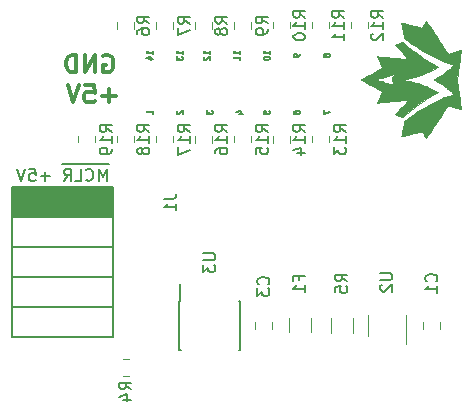
<source format=gbr>
G04 #@! TF.GenerationSoftware,KiCad,Pcbnew,(5.0.1)-3*
G04 #@! TF.CreationDate,2020-02-19T12:47:53-05:00*
G04 #@! TF.ProjectId,fill_sensing,66696C6C5F73656E73696E672E6B6963,rev?*
G04 #@! TF.SameCoordinates,Original*
G04 #@! TF.FileFunction,Legend,Bot*
G04 #@! TF.FilePolarity,Positive*
%FSLAX46Y46*%
G04 Gerber Fmt 4.6, Leading zero omitted, Abs format (unit mm)*
G04 Created by KiCad (PCBNEW (5.0.1)-3) date 2020-02-19 12:47:53 PM*
%MOMM*%
%LPD*%
G01*
G04 APERTURE LIST*
%ADD10C,0.127000*%
%ADD11C,0.300000*%
%ADD12C,0.177800*%
%ADD13C,0.120000*%
%ADD14C,0.150000*%
%ADD15C,0.010000*%
G04 APERTURE END LIST*
D10*
X115799809Y-74579238D02*
X115799809Y-74288952D01*
X115799809Y-74434095D02*
X115291809Y-74434095D01*
X115364380Y-74385714D01*
X115412761Y-74337333D01*
X115436952Y-74288952D01*
X115291809Y-74748571D02*
X115291809Y-75063047D01*
X115485333Y-74893714D01*
X115485333Y-74966285D01*
X115509523Y-75014666D01*
X115533714Y-75038857D01*
X115582095Y-75063047D01*
X115703047Y-75063047D01*
X115751428Y-75038857D01*
X115775619Y-75014666D01*
X115799809Y-74966285D01*
X115799809Y-74821142D01*
X115775619Y-74772761D01*
X115751428Y-74748571D01*
X118085809Y-74579238D02*
X118085809Y-74288952D01*
X118085809Y-74434095D02*
X117577809Y-74434095D01*
X117650380Y-74385714D01*
X117698761Y-74337333D01*
X117722952Y-74288952D01*
X117626190Y-74772761D02*
X117602000Y-74796952D01*
X117577809Y-74845333D01*
X117577809Y-74966285D01*
X117602000Y-75014666D01*
X117626190Y-75038857D01*
X117674571Y-75063047D01*
X117722952Y-75063047D01*
X117795523Y-75038857D01*
X118085809Y-74748571D01*
X118085809Y-75063047D01*
X120625809Y-74579238D02*
X120625809Y-74288952D01*
X120625809Y-74434095D02*
X120117809Y-74434095D01*
X120190380Y-74385714D01*
X120238761Y-74337333D01*
X120262952Y-74288952D01*
X120625809Y-75063047D02*
X120625809Y-74772761D01*
X120625809Y-74917904D02*
X120117809Y-74917904D01*
X120190380Y-74869523D01*
X120238761Y-74821142D01*
X120262952Y-74772761D01*
X123165809Y-74579238D02*
X123165809Y-74288952D01*
X123165809Y-74434095D02*
X122657809Y-74434095D01*
X122730380Y-74385714D01*
X122778761Y-74337333D01*
X122802952Y-74288952D01*
X122657809Y-74893714D02*
X122657809Y-74942095D01*
X122682000Y-74990476D01*
X122706190Y-75014666D01*
X122754571Y-75038857D01*
X122851333Y-75063047D01*
X122972285Y-75063047D01*
X123069047Y-75038857D01*
X123117428Y-75014666D01*
X123141619Y-74990476D01*
X123165809Y-74942095D01*
X123165809Y-74893714D01*
X123141619Y-74845333D01*
X123117428Y-74821142D01*
X123069047Y-74796952D01*
X122972285Y-74772761D01*
X122851333Y-74772761D01*
X122754571Y-74796952D01*
X122706190Y-74821142D01*
X122682000Y-74845333D01*
X122657809Y-74893714D01*
X125705809Y-74579238D02*
X125705809Y-74676000D01*
X125681619Y-74724380D01*
X125657428Y-74748571D01*
X125584857Y-74796952D01*
X125488095Y-74821142D01*
X125294571Y-74821142D01*
X125246190Y-74796952D01*
X125222000Y-74772761D01*
X125197809Y-74724380D01*
X125197809Y-74627619D01*
X125222000Y-74579238D01*
X125246190Y-74555047D01*
X125294571Y-74530857D01*
X125415523Y-74530857D01*
X125463904Y-74555047D01*
X125488095Y-74579238D01*
X125512285Y-74627619D01*
X125512285Y-74724380D01*
X125488095Y-74772761D01*
X125463904Y-74796952D01*
X125415523Y-74821142D01*
X127955523Y-74627619D02*
X127931333Y-74579238D01*
X127907142Y-74555047D01*
X127858761Y-74530857D01*
X127834571Y-74530857D01*
X127786190Y-74555047D01*
X127762000Y-74579238D01*
X127737809Y-74627619D01*
X127737809Y-74724380D01*
X127762000Y-74772761D01*
X127786190Y-74796952D01*
X127834571Y-74821142D01*
X127858761Y-74821142D01*
X127907142Y-74796952D01*
X127931333Y-74772761D01*
X127955523Y-74724380D01*
X127955523Y-74627619D01*
X127979714Y-74579238D01*
X128003904Y-74555047D01*
X128052285Y-74530857D01*
X128149047Y-74530857D01*
X128197428Y-74555047D01*
X128221619Y-74579238D01*
X128245809Y-74627619D01*
X128245809Y-74724380D01*
X128221619Y-74772761D01*
X128197428Y-74796952D01*
X128149047Y-74821142D01*
X128052285Y-74821142D01*
X128003904Y-74796952D01*
X127979714Y-74772761D01*
X127955523Y-74724380D01*
X127737809Y-79332666D02*
X127737809Y-79671333D01*
X128245809Y-79453619D01*
X125197809Y-79598761D02*
X125197809Y-79502000D01*
X125222000Y-79453619D01*
X125246190Y-79429428D01*
X125318761Y-79381047D01*
X125415523Y-79356857D01*
X125609047Y-79356857D01*
X125657428Y-79381047D01*
X125681619Y-79405238D01*
X125705809Y-79453619D01*
X125705809Y-79550380D01*
X125681619Y-79598761D01*
X125657428Y-79622952D01*
X125609047Y-79647142D01*
X125488095Y-79647142D01*
X125439714Y-79622952D01*
X125415523Y-79598761D01*
X125391333Y-79550380D01*
X125391333Y-79453619D01*
X125415523Y-79405238D01*
X125439714Y-79381047D01*
X125488095Y-79356857D01*
X122657809Y-79622952D02*
X122657809Y-79381047D01*
X122899714Y-79356857D01*
X122875523Y-79381047D01*
X122851333Y-79429428D01*
X122851333Y-79550380D01*
X122875523Y-79598761D01*
X122899714Y-79622952D01*
X122948095Y-79647142D01*
X123069047Y-79647142D01*
X123117428Y-79622952D01*
X123141619Y-79598761D01*
X123165809Y-79550380D01*
X123165809Y-79429428D01*
X123141619Y-79381047D01*
X123117428Y-79356857D01*
X120541142Y-79598761D02*
X120879809Y-79598761D01*
X120347619Y-79477809D02*
X120710476Y-79356857D01*
X120710476Y-79671333D01*
X117831809Y-79332666D02*
X117831809Y-79647142D01*
X118025333Y-79477809D01*
X118025333Y-79550380D01*
X118049523Y-79598761D01*
X118073714Y-79622952D01*
X118122095Y-79647142D01*
X118243047Y-79647142D01*
X118291428Y-79622952D01*
X118315619Y-79598761D01*
X118339809Y-79550380D01*
X118339809Y-79405238D01*
X118315619Y-79356857D01*
X118291428Y-79332666D01*
X115340190Y-79356857D02*
X115316000Y-79381047D01*
X115291809Y-79429428D01*
X115291809Y-79550380D01*
X115316000Y-79598761D01*
X115340190Y-79622952D01*
X115388571Y-79647142D01*
X115436952Y-79647142D01*
X115509523Y-79622952D01*
X115799809Y-79332666D01*
X115799809Y-79647142D01*
X113259809Y-79647142D02*
X113259809Y-79356857D01*
X113259809Y-79502000D02*
X112751809Y-79502000D01*
X112824380Y-79453619D01*
X112872761Y-79405238D01*
X112896952Y-79356857D01*
X113259809Y-74579238D02*
X113259809Y-74288952D01*
X113259809Y-74434095D02*
X112751809Y-74434095D01*
X112824380Y-74385714D01*
X112872761Y-74337333D01*
X112896952Y-74288952D01*
X112921142Y-75014666D02*
X113259809Y-75014666D01*
X112727619Y-74893714D02*
X113090476Y-74772761D01*
X113090476Y-75087238D01*
D11*
X110132571Y-78085142D02*
X108989714Y-78085142D01*
X109561142Y-78656571D02*
X109561142Y-77513714D01*
X107561142Y-77156571D02*
X108275428Y-77156571D01*
X108346857Y-77870857D01*
X108275428Y-77799428D01*
X108132571Y-77728000D01*
X107775428Y-77728000D01*
X107632571Y-77799428D01*
X107561142Y-77870857D01*
X107489714Y-78013714D01*
X107489714Y-78370857D01*
X107561142Y-78513714D01*
X107632571Y-78585142D01*
X107775428Y-78656571D01*
X108132571Y-78656571D01*
X108275428Y-78585142D01*
X108346857Y-78513714D01*
X107061142Y-77156571D02*
X106561142Y-78656571D01*
X106061142Y-77156571D01*
X109092857Y-74688000D02*
X109235714Y-74616571D01*
X109450000Y-74616571D01*
X109664285Y-74688000D01*
X109807142Y-74830857D01*
X109878571Y-74973714D01*
X109950000Y-75259428D01*
X109950000Y-75473714D01*
X109878571Y-75759428D01*
X109807142Y-75902285D01*
X109664285Y-76045142D01*
X109450000Y-76116571D01*
X109307142Y-76116571D01*
X109092857Y-76045142D01*
X109021428Y-75973714D01*
X109021428Y-75473714D01*
X109307142Y-75473714D01*
X108378571Y-76116571D02*
X108378571Y-74616571D01*
X107521428Y-76116571D01*
X107521428Y-74616571D01*
X106807142Y-76116571D02*
X106807142Y-74616571D01*
X106450000Y-74616571D01*
X106235714Y-74688000D01*
X106092857Y-74830857D01*
X106021428Y-74973714D01*
X105950000Y-75259428D01*
X105950000Y-75473714D01*
X106021428Y-75759428D01*
X106092857Y-75902285D01*
X106235714Y-76045142D01*
X106450000Y-76116571D01*
X106807142Y-76116571D01*
D12*
X109607047Y-83873340D02*
X108445904Y-83873340D01*
X109365142Y-85295619D02*
X109365142Y-84279619D01*
X109026476Y-85005333D01*
X108687809Y-84279619D01*
X108687809Y-85295619D01*
X108445904Y-83873340D02*
X107429904Y-83873340D01*
X107623428Y-85198857D02*
X107671809Y-85247238D01*
X107816952Y-85295619D01*
X107913714Y-85295619D01*
X108058857Y-85247238D01*
X108155619Y-85150476D01*
X108204000Y-85053714D01*
X108252380Y-84860190D01*
X108252380Y-84715047D01*
X108204000Y-84521523D01*
X108155619Y-84424761D01*
X108058857Y-84328000D01*
X107913714Y-84279619D01*
X107816952Y-84279619D01*
X107671809Y-84328000D01*
X107623428Y-84376380D01*
X107429904Y-83873340D02*
X106607428Y-83873340D01*
X106704190Y-85295619D02*
X107188000Y-85295619D01*
X107188000Y-84279619D01*
X106607428Y-83873340D02*
X105591428Y-83873340D01*
X105784952Y-85295619D02*
X106123619Y-84811809D01*
X106365523Y-85295619D02*
X106365523Y-84279619D01*
X105978476Y-84279619D01*
X105881714Y-84328000D01*
X105833333Y-84376380D01*
X105784952Y-84473142D01*
X105784952Y-84618285D01*
X105833333Y-84715047D01*
X105881714Y-84763428D01*
X105978476Y-84811809D01*
X106365523Y-84811809D01*
X104575428Y-84908571D02*
X103801333Y-84908571D01*
X104188380Y-85295619D02*
X104188380Y-84521523D01*
X102833714Y-84279619D02*
X103317523Y-84279619D01*
X103365904Y-84763428D01*
X103317523Y-84715047D01*
X103220761Y-84666666D01*
X102978857Y-84666666D01*
X102882095Y-84715047D01*
X102833714Y-84763428D01*
X102785333Y-84860190D01*
X102785333Y-85102095D01*
X102833714Y-85198857D01*
X102882095Y-85247238D01*
X102978857Y-85295619D01*
X103220761Y-85295619D01*
X103317523Y-85247238D01*
X103365904Y-85198857D01*
X102495047Y-84279619D02*
X102156380Y-85295619D01*
X101817714Y-84279619D01*
D13*
G04 #@! TO.C,C1*
X137616000Y-97797252D02*
X137616000Y-97274748D01*
X136196000Y-97797252D02*
X136196000Y-97274748D01*
G04 #@! TO.C,C3*
X121972000Y-97797252D02*
X121972000Y-97274748D01*
X123392000Y-97797252D02*
X123392000Y-97274748D01*
G04 #@! TO.C,R4*
X110745748Y-101802000D02*
X111268252Y-101802000D01*
X110745748Y-100382000D02*
X111268252Y-100382000D01*
G04 #@! TO.C,R6*
X110288000Y-71883748D02*
X110288000Y-72406252D01*
X111708000Y-71883748D02*
X111708000Y-72406252D01*
G04 #@! TO.C,R7*
X115010000Y-71883748D02*
X115010000Y-72406252D01*
X113590000Y-71883748D02*
X113590000Y-72406252D01*
G04 #@! TO.C,R8*
X116892000Y-71883748D02*
X116892000Y-72406252D01*
X118312000Y-71883748D02*
X118312000Y-72406252D01*
G04 #@! TO.C,R9*
X121614000Y-71874748D02*
X121614000Y-72397252D01*
X120194000Y-71874748D02*
X120194000Y-72397252D01*
G04 #@! TO.C,R10*
X123496000Y-71865748D02*
X123496000Y-72388252D01*
X124916000Y-71865748D02*
X124916000Y-72388252D01*
G04 #@! TO.C,R11*
X128218000Y-71865748D02*
X128218000Y-72388252D01*
X126798000Y-71865748D02*
X126798000Y-72388252D01*
G04 #@! TO.C,R12*
X130100000Y-71865748D02*
X130100000Y-72388252D01*
X131520000Y-71865748D02*
X131520000Y-72388252D01*
G04 #@! TO.C,R13*
X126798000Y-82040252D02*
X126798000Y-81517748D01*
X128218000Y-82040252D02*
X128218000Y-81517748D01*
G04 #@! TO.C,R14*
X124916000Y-82058252D02*
X124916000Y-81535748D01*
X123496000Y-82058252D02*
X123496000Y-81535748D01*
G04 #@! TO.C,R15*
X120194000Y-82040252D02*
X120194000Y-81517748D01*
X121614000Y-82040252D02*
X121614000Y-81517748D01*
G04 #@! TO.C,R16*
X118312000Y-82058252D02*
X118312000Y-81535748D01*
X116892000Y-82058252D02*
X116892000Y-81535748D01*
G04 #@! TO.C,R17*
X113590000Y-82040252D02*
X113590000Y-81517748D01*
X115010000Y-82040252D02*
X115010000Y-81517748D01*
G04 #@! TO.C,R18*
X111708000Y-82040252D02*
X111708000Y-81517748D01*
X110288000Y-82040252D02*
X110288000Y-81517748D01*
G04 #@! TO.C,R19*
X106986000Y-82040252D02*
X106986000Y-81517748D01*
X108406000Y-82040252D02*
X108406000Y-81517748D01*
G04 #@! TO.C,F1*
X124820000Y-96897436D02*
X124820000Y-98101564D01*
X126640000Y-96897436D02*
X126640000Y-98101564D01*
D14*
G04 #@! TO.C,J1*
X109868000Y-85852000D02*
X109868000Y-98552000D01*
X101368000Y-85852000D02*
X101368000Y-98552000D01*
X109868000Y-85852000D02*
X101368000Y-85852000D01*
X109868000Y-98552000D02*
X101368000Y-98552000D01*
X109868000Y-96012000D02*
X101368000Y-96012000D01*
X109868000Y-90932000D02*
X101368000Y-90932000D01*
X109868000Y-93472000D02*
X101368000Y-93472000D01*
X109868000Y-88392000D02*
X101368000Y-88392000D01*
G36*
X101422200Y-85902800D02*
X101422200Y-88341200D01*
X109804200Y-88341200D01*
X109804200Y-85902800D01*
X101422200Y-85902800D01*
G37*
X101422200Y-85902800D02*
X101422200Y-88341200D01*
X109804200Y-88341200D01*
X109804200Y-85902800D01*
X101422200Y-85902800D01*
D13*
G04 #@! TO.C,R5*
X128376000Y-96933936D02*
X128376000Y-98138064D01*
X130196000Y-96933936D02*
X130196000Y-98138064D01*
G04 #@! TO.C,U2*
X131486000Y-98436000D02*
X131486000Y-96636000D01*
X134706000Y-96636000D02*
X134706000Y-99086000D01*
D14*
G04 #@! TO.C,U3*
X115535000Y-95461000D02*
X115585000Y-95461000D01*
X115535000Y-99611000D02*
X115680000Y-99611000D01*
X120685000Y-99611000D02*
X120540000Y-99611000D01*
X120685000Y-95461000D02*
X120540000Y-95461000D01*
X115535000Y-95461000D02*
X115535000Y-99611000D01*
X120685000Y-95461000D02*
X120685000Y-99611000D01*
X115585000Y-95461000D02*
X115585000Y-94061000D01*
D15*
G04 #@! TO.C,G\002A\002A\002A*
G36*
X130923810Y-76723828D02*
X130958138Y-76745031D01*
X131012988Y-76777466D01*
X131086430Y-76820034D01*
X131176537Y-76871634D01*
X131281380Y-76931166D01*
X131399029Y-76997530D01*
X131527556Y-77069626D01*
X131665033Y-77146352D01*
X131784787Y-77212894D01*
X131928733Y-77292738D01*
X132065789Y-77368795D01*
X132193976Y-77439965D01*
X132311311Y-77505147D01*
X132415816Y-77563238D01*
X132505509Y-77613138D01*
X132578410Y-77653745D01*
X132632539Y-77683959D01*
X132665916Y-77702678D01*
X132676394Y-77708667D01*
X132679201Y-77717114D01*
X132675900Y-77736819D01*
X132665702Y-77769826D01*
X132647817Y-77818180D01*
X132621456Y-77883923D01*
X132585831Y-77969102D01*
X132540152Y-78075760D01*
X132490770Y-78189565D01*
X132444519Y-78296458D01*
X132402396Y-78395265D01*
X132365580Y-78483109D01*
X132335250Y-78557113D01*
X132312585Y-78614398D01*
X132298763Y-78652086D01*
X132294964Y-78667301D01*
X132295034Y-78667399D01*
X132309846Y-78667360D01*
X132350416Y-78664790D01*
X132414798Y-78659859D01*
X132501044Y-78652742D01*
X132607209Y-78643610D01*
X132731346Y-78632635D01*
X132871509Y-78619990D01*
X133025751Y-78605848D01*
X133192127Y-78590380D01*
X133368690Y-78573760D01*
X133553493Y-78556159D01*
X133584226Y-78553212D01*
X133770115Y-78535441D01*
X133948027Y-78518564D01*
X134116020Y-78502758D01*
X134272154Y-78488198D01*
X134414488Y-78475063D01*
X134541082Y-78463528D01*
X134649995Y-78453769D01*
X134739285Y-78445965D01*
X134807013Y-78440291D01*
X134851238Y-78436923D01*
X134870019Y-78436040D01*
X134870538Y-78436145D01*
X134862621Y-78447303D01*
X134837773Y-78477375D01*
X134797605Y-78524513D01*
X134743726Y-78586867D01*
X134677745Y-78662591D01*
X134601272Y-78749835D01*
X134515918Y-78846751D01*
X134423291Y-78951490D01*
X134341079Y-79044122D01*
X134243387Y-79154216D01*
X134151446Y-79258199D01*
X134066890Y-79354200D01*
X133991352Y-79440348D01*
X133926465Y-79514769D01*
X133873861Y-79575594D01*
X133835174Y-79620949D01*
X133812035Y-79648964D01*
X133805809Y-79657706D01*
X133808925Y-79661955D01*
X133819816Y-79668484D01*
X133840795Y-79678198D01*
X133874177Y-79692002D01*
X133922276Y-79710801D01*
X133987404Y-79735501D01*
X134071877Y-79767006D01*
X134178007Y-79806222D01*
X134301166Y-79851506D01*
X134413784Y-79892853D01*
X134550604Y-79774252D01*
X134731611Y-79621232D01*
X134929790Y-79460733D01*
X135141920Y-79295007D01*
X135364782Y-79126306D01*
X135595156Y-78956879D01*
X135829821Y-78788979D01*
X136065558Y-78624857D01*
X136299146Y-78466764D01*
X136527366Y-78316952D01*
X136746997Y-78177672D01*
X136954819Y-78051174D01*
X137147613Y-77939711D01*
X137270873Y-77872384D01*
X137413245Y-77796801D01*
X137346515Y-77750889D01*
X137209790Y-77663367D01*
X137050444Y-77572677D01*
X136873174Y-77480999D01*
X136682674Y-77390514D01*
X136483642Y-77303404D01*
X136280774Y-77221849D01*
X136078765Y-77148031D01*
X135970028Y-77111615D01*
X135755960Y-77045949D01*
X135520794Y-76980222D01*
X135271211Y-76916089D01*
X135013896Y-76855209D01*
X134755531Y-76799237D01*
X134534394Y-76755692D01*
X134323527Y-76716258D01*
X134680531Y-76644607D01*
X135052304Y-76565426D01*
X135398580Y-76482014D01*
X135721476Y-76393620D01*
X136023112Y-76299494D01*
X136305606Y-76198885D01*
X136571077Y-76091043D01*
X136821644Y-75975218D01*
X137059427Y-75850660D01*
X137267377Y-75728537D01*
X137320208Y-75695287D01*
X137363711Y-75666863D01*
X137392711Y-75646714D01*
X137401978Y-75638892D01*
X137393278Y-75628561D01*
X137364679Y-75609331D01*
X137321318Y-75584473D01*
X137293697Y-75569925D01*
X137142968Y-75489030D01*
X136974122Y-75391782D01*
X136789990Y-75280158D01*
X136593403Y-75156132D01*
X136387194Y-75021681D01*
X136174193Y-74878781D01*
X135957232Y-74729408D01*
X135739144Y-74575538D01*
X135522758Y-74419147D01*
X135310908Y-74262211D01*
X135106425Y-74106706D01*
X134912139Y-73954608D01*
X134730884Y-73807893D01*
X134565489Y-73668537D01*
X134550604Y-73655666D01*
X134413784Y-73537065D01*
X134301166Y-73578412D01*
X134172271Y-73625808D01*
X134067236Y-73664631D01*
X133983748Y-73695783D01*
X133919495Y-73720169D01*
X133872164Y-73738693D01*
X133839443Y-73752259D01*
X133819020Y-73761771D01*
X133808582Y-73768133D01*
X133805809Y-73772064D01*
X133814801Y-73784244D01*
X133840689Y-73815327D01*
X133881841Y-73863439D01*
X133936626Y-73926710D01*
X134003411Y-74003267D01*
X134080565Y-74091239D01*
X134166455Y-74188755D01*
X134259451Y-74293942D01*
X134340924Y-74385802D01*
X134438381Y-74495727D01*
X134529924Y-74599373D01*
X134613945Y-74694892D01*
X134688835Y-74780436D01*
X134752983Y-74854156D01*
X134804780Y-74914204D01*
X134842618Y-74958732D01*
X134864887Y-74985890D01*
X134870383Y-74993928D01*
X134856018Y-74993449D01*
X134815887Y-74990459D01*
X134751932Y-74985133D01*
X134666093Y-74977650D01*
X134560309Y-74968186D01*
X134436522Y-74956917D01*
X134296672Y-74944021D01*
X134142699Y-74929675D01*
X133976543Y-74914054D01*
X133800146Y-74897337D01*
X133777517Y-74895177D01*
X133777517Y-76209239D01*
X133779002Y-76214325D01*
X133763940Y-76234776D01*
X133735527Y-76266335D01*
X133731611Y-76270419D01*
X133690626Y-76319655D01*
X133648615Y-76380836D01*
X133616857Y-76436603D01*
X133569687Y-76560824D01*
X133549548Y-76686922D01*
X133556020Y-76812146D01*
X133588685Y-76933743D01*
X133647125Y-77048961D01*
X133725106Y-77148904D01*
X133756838Y-77184523D01*
X133776248Y-77209807D01*
X133780247Y-77220583D01*
X133777973Y-77220361D01*
X133761234Y-77214993D01*
X133720302Y-77202093D01*
X133657562Y-77182407D01*
X133575396Y-77156681D01*
X133476191Y-77125659D01*
X133362328Y-77090088D01*
X133236193Y-77050713D01*
X133100169Y-77008280D01*
X132963781Y-76965759D01*
X132821200Y-76921294D01*
X132686742Y-76879315D01*
X132562722Y-76840546D01*
X132451456Y-76805713D01*
X132355256Y-76775542D01*
X132276438Y-76750760D01*
X132217316Y-76732091D01*
X132180205Y-76720262D01*
X132167424Y-76716008D01*
X132179775Y-76711539D01*
X132216420Y-76699530D01*
X132275072Y-76680703D01*
X132353444Y-76655782D01*
X132449248Y-76625489D01*
X132560199Y-76590548D01*
X132684009Y-76551682D01*
X132818391Y-76509614D01*
X132960739Y-76465166D01*
X133104217Y-76420402D01*
X133240064Y-76377981D01*
X133365901Y-76338647D01*
X133479353Y-76303146D01*
X133578042Y-76272223D01*
X133659590Y-76246622D01*
X133721621Y-76227087D01*
X133761757Y-76214365D01*
X133777517Y-76209239D01*
X133777517Y-74895177D01*
X133615447Y-74879700D01*
X133584226Y-74876706D01*
X133398262Y-74858963D01*
X133220220Y-74842175D01*
X133052045Y-74826514D01*
X132895685Y-74812152D01*
X132753086Y-74799262D01*
X132626195Y-74788016D01*
X132516958Y-74778586D01*
X132427322Y-74771144D01*
X132359233Y-74765862D01*
X132314639Y-74762913D01*
X132295484Y-74762469D01*
X132294907Y-74762646D01*
X132298256Y-74776971D01*
X132311663Y-74813875D01*
X132333948Y-74870472D01*
X132363932Y-74943875D01*
X132400435Y-75031197D01*
X132442277Y-75129550D01*
X132488278Y-75236048D01*
X132489236Y-75238249D01*
X132535540Y-75344771D01*
X132578138Y-75443011D01*
X132615797Y-75530105D01*
X132647284Y-75603192D01*
X132671366Y-75659410D01*
X132686809Y-75695897D01*
X132692382Y-75709790D01*
X132692384Y-75709818D01*
X132680521Y-75717169D01*
X132646206Y-75736919D01*
X132591344Y-75768004D01*
X132517843Y-75809354D01*
X132427612Y-75859904D01*
X132322557Y-75918586D01*
X132204586Y-75984333D01*
X132075607Y-76056079D01*
X131937526Y-76132755D01*
X131802132Y-76207822D01*
X131657212Y-76288297D01*
X131519622Y-76365063D01*
X131391271Y-76437032D01*
X131274072Y-76503116D01*
X131169933Y-76562226D01*
X131080764Y-76613275D01*
X131008476Y-76655174D01*
X130954978Y-76686835D01*
X130922182Y-76707169D01*
X130911933Y-76714959D01*
X130923810Y-76723828D01*
X130923810Y-76723828D01*
G37*
X130923810Y-76723828D02*
X130958138Y-76745031D01*
X131012988Y-76777466D01*
X131086430Y-76820034D01*
X131176537Y-76871634D01*
X131281380Y-76931166D01*
X131399029Y-76997530D01*
X131527556Y-77069626D01*
X131665033Y-77146352D01*
X131784787Y-77212894D01*
X131928733Y-77292738D01*
X132065789Y-77368795D01*
X132193976Y-77439965D01*
X132311311Y-77505147D01*
X132415816Y-77563238D01*
X132505509Y-77613138D01*
X132578410Y-77653745D01*
X132632539Y-77683959D01*
X132665916Y-77702678D01*
X132676394Y-77708667D01*
X132679201Y-77717114D01*
X132675900Y-77736819D01*
X132665702Y-77769826D01*
X132647817Y-77818180D01*
X132621456Y-77883923D01*
X132585831Y-77969102D01*
X132540152Y-78075760D01*
X132490770Y-78189565D01*
X132444519Y-78296458D01*
X132402396Y-78395265D01*
X132365580Y-78483109D01*
X132335250Y-78557113D01*
X132312585Y-78614398D01*
X132298763Y-78652086D01*
X132294964Y-78667301D01*
X132295034Y-78667399D01*
X132309846Y-78667360D01*
X132350416Y-78664790D01*
X132414798Y-78659859D01*
X132501044Y-78652742D01*
X132607209Y-78643610D01*
X132731346Y-78632635D01*
X132871509Y-78619990D01*
X133025751Y-78605848D01*
X133192127Y-78590380D01*
X133368690Y-78573760D01*
X133553493Y-78556159D01*
X133584226Y-78553212D01*
X133770115Y-78535441D01*
X133948027Y-78518564D01*
X134116020Y-78502758D01*
X134272154Y-78488198D01*
X134414488Y-78475063D01*
X134541082Y-78463528D01*
X134649995Y-78453769D01*
X134739285Y-78445965D01*
X134807013Y-78440291D01*
X134851238Y-78436923D01*
X134870019Y-78436040D01*
X134870538Y-78436145D01*
X134862621Y-78447303D01*
X134837773Y-78477375D01*
X134797605Y-78524513D01*
X134743726Y-78586867D01*
X134677745Y-78662591D01*
X134601272Y-78749835D01*
X134515918Y-78846751D01*
X134423291Y-78951490D01*
X134341079Y-79044122D01*
X134243387Y-79154216D01*
X134151446Y-79258199D01*
X134066890Y-79354200D01*
X133991352Y-79440348D01*
X133926465Y-79514769D01*
X133873861Y-79575594D01*
X133835174Y-79620949D01*
X133812035Y-79648964D01*
X133805809Y-79657706D01*
X133808925Y-79661955D01*
X133819816Y-79668484D01*
X133840795Y-79678198D01*
X133874177Y-79692002D01*
X133922276Y-79710801D01*
X133987404Y-79735501D01*
X134071877Y-79767006D01*
X134178007Y-79806222D01*
X134301166Y-79851506D01*
X134413784Y-79892853D01*
X134550604Y-79774252D01*
X134731611Y-79621232D01*
X134929790Y-79460733D01*
X135141920Y-79295007D01*
X135364782Y-79126306D01*
X135595156Y-78956879D01*
X135829821Y-78788979D01*
X136065558Y-78624857D01*
X136299146Y-78466764D01*
X136527366Y-78316952D01*
X136746997Y-78177672D01*
X136954819Y-78051174D01*
X137147613Y-77939711D01*
X137270873Y-77872384D01*
X137413245Y-77796801D01*
X137346515Y-77750889D01*
X137209790Y-77663367D01*
X137050444Y-77572677D01*
X136873174Y-77480999D01*
X136682674Y-77390514D01*
X136483642Y-77303404D01*
X136280774Y-77221849D01*
X136078765Y-77148031D01*
X135970028Y-77111615D01*
X135755960Y-77045949D01*
X135520794Y-76980222D01*
X135271211Y-76916089D01*
X135013896Y-76855209D01*
X134755531Y-76799237D01*
X134534394Y-76755692D01*
X134323527Y-76716258D01*
X134680531Y-76644607D01*
X135052304Y-76565426D01*
X135398580Y-76482014D01*
X135721476Y-76393620D01*
X136023112Y-76299494D01*
X136305606Y-76198885D01*
X136571077Y-76091043D01*
X136821644Y-75975218D01*
X137059427Y-75850660D01*
X137267377Y-75728537D01*
X137320208Y-75695287D01*
X137363711Y-75666863D01*
X137392711Y-75646714D01*
X137401978Y-75638892D01*
X137393278Y-75628561D01*
X137364679Y-75609331D01*
X137321318Y-75584473D01*
X137293697Y-75569925D01*
X137142968Y-75489030D01*
X136974122Y-75391782D01*
X136789990Y-75280158D01*
X136593403Y-75156132D01*
X136387194Y-75021681D01*
X136174193Y-74878781D01*
X135957232Y-74729408D01*
X135739144Y-74575538D01*
X135522758Y-74419147D01*
X135310908Y-74262211D01*
X135106425Y-74106706D01*
X134912139Y-73954608D01*
X134730884Y-73807893D01*
X134565489Y-73668537D01*
X134550604Y-73655666D01*
X134413784Y-73537065D01*
X134301166Y-73578412D01*
X134172271Y-73625808D01*
X134067236Y-73664631D01*
X133983748Y-73695783D01*
X133919495Y-73720169D01*
X133872164Y-73738693D01*
X133839443Y-73752259D01*
X133819020Y-73761771D01*
X133808582Y-73768133D01*
X133805809Y-73772064D01*
X133814801Y-73784244D01*
X133840689Y-73815327D01*
X133881841Y-73863439D01*
X133936626Y-73926710D01*
X134003411Y-74003267D01*
X134080565Y-74091239D01*
X134166455Y-74188755D01*
X134259451Y-74293942D01*
X134340924Y-74385802D01*
X134438381Y-74495727D01*
X134529924Y-74599373D01*
X134613945Y-74694892D01*
X134688835Y-74780436D01*
X134752983Y-74854156D01*
X134804780Y-74914204D01*
X134842618Y-74958732D01*
X134864887Y-74985890D01*
X134870383Y-74993928D01*
X134856018Y-74993449D01*
X134815887Y-74990459D01*
X134751932Y-74985133D01*
X134666093Y-74977650D01*
X134560309Y-74968186D01*
X134436522Y-74956917D01*
X134296672Y-74944021D01*
X134142699Y-74929675D01*
X133976543Y-74914054D01*
X133800146Y-74897337D01*
X133777517Y-74895177D01*
X133777517Y-76209239D01*
X133779002Y-76214325D01*
X133763940Y-76234776D01*
X133735527Y-76266335D01*
X133731611Y-76270419D01*
X133690626Y-76319655D01*
X133648615Y-76380836D01*
X133616857Y-76436603D01*
X133569687Y-76560824D01*
X133549548Y-76686922D01*
X133556020Y-76812146D01*
X133588685Y-76933743D01*
X133647125Y-77048961D01*
X133725106Y-77148904D01*
X133756838Y-77184523D01*
X133776248Y-77209807D01*
X133780247Y-77220583D01*
X133777973Y-77220361D01*
X133761234Y-77214993D01*
X133720302Y-77202093D01*
X133657562Y-77182407D01*
X133575396Y-77156681D01*
X133476191Y-77125659D01*
X133362328Y-77090088D01*
X133236193Y-77050713D01*
X133100169Y-77008280D01*
X132963781Y-76965759D01*
X132821200Y-76921294D01*
X132686742Y-76879315D01*
X132562722Y-76840546D01*
X132451456Y-76805713D01*
X132355256Y-76775542D01*
X132276438Y-76750760D01*
X132217316Y-76732091D01*
X132180205Y-76720262D01*
X132167424Y-76716008D01*
X132179775Y-76711539D01*
X132216420Y-76699530D01*
X132275072Y-76680703D01*
X132353444Y-76655782D01*
X132449248Y-76625489D01*
X132560199Y-76590548D01*
X132684009Y-76551682D01*
X132818391Y-76509614D01*
X132960739Y-76465166D01*
X133104217Y-76420402D01*
X133240064Y-76377981D01*
X133365901Y-76338647D01*
X133479353Y-76303146D01*
X133578042Y-76272223D01*
X133659590Y-76246622D01*
X133721621Y-76227087D01*
X133761757Y-76214365D01*
X133777517Y-76209239D01*
X133777517Y-74895177D01*
X133615447Y-74879700D01*
X133584226Y-74876706D01*
X133398262Y-74858963D01*
X133220220Y-74842175D01*
X133052045Y-74826514D01*
X132895685Y-74812152D01*
X132753086Y-74799262D01*
X132626195Y-74788016D01*
X132516958Y-74778586D01*
X132427322Y-74771144D01*
X132359233Y-74765862D01*
X132314639Y-74762913D01*
X132295484Y-74762469D01*
X132294907Y-74762646D01*
X132298256Y-74776971D01*
X132311663Y-74813875D01*
X132333948Y-74870472D01*
X132363932Y-74943875D01*
X132400435Y-75031197D01*
X132442277Y-75129550D01*
X132488278Y-75236048D01*
X132489236Y-75238249D01*
X132535540Y-75344771D01*
X132578138Y-75443011D01*
X132615797Y-75530105D01*
X132647284Y-75603192D01*
X132671366Y-75659410D01*
X132686809Y-75695897D01*
X132692382Y-75709790D01*
X132692384Y-75709818D01*
X132680521Y-75717169D01*
X132646206Y-75736919D01*
X132591344Y-75768004D01*
X132517843Y-75809354D01*
X132427612Y-75859904D01*
X132322557Y-75918586D01*
X132204586Y-75984333D01*
X132075607Y-76056079D01*
X131937526Y-76132755D01*
X131802132Y-76207822D01*
X131657212Y-76288297D01*
X131519622Y-76365063D01*
X131391271Y-76437032D01*
X131274072Y-76503116D01*
X131169933Y-76562226D01*
X131080764Y-76613275D01*
X131008476Y-76655174D01*
X130954978Y-76686835D01*
X130922182Y-76707169D01*
X130911933Y-76714959D01*
X130923810Y-76723828D01*
G36*
X134315939Y-71909393D02*
X134322799Y-71948066D01*
X134334060Y-72008704D01*
X134349210Y-72088638D01*
X134367742Y-72185198D01*
X134389144Y-72295717D01*
X134412909Y-72417524D01*
X134438526Y-72547951D01*
X134438967Y-72550188D01*
X134470947Y-72711354D01*
X134498363Y-72846950D01*
X134521630Y-72958792D01*
X134541159Y-73048695D01*
X134557365Y-73118478D01*
X134570660Y-73169956D01*
X134581457Y-73204947D01*
X134590169Y-73225265D01*
X134593608Y-73230204D01*
X134620453Y-73255147D01*
X134667311Y-73293452D01*
X134731132Y-73342893D01*
X134808866Y-73401247D01*
X134897463Y-73466288D01*
X134993874Y-73535792D01*
X135095048Y-73607533D01*
X135197937Y-73679288D01*
X135299490Y-73748830D01*
X135364467Y-73792546D01*
X135682668Y-73999083D01*
X136011552Y-74201437D01*
X136346858Y-74397308D01*
X136684325Y-74584397D01*
X137019694Y-74760403D01*
X137348703Y-74923026D01*
X137667092Y-75069968D01*
X137967233Y-75197563D01*
X138049260Y-75229732D01*
X138142875Y-75264699D01*
X138243236Y-75300821D01*
X138345498Y-75336460D01*
X138444817Y-75369973D01*
X138536352Y-75399720D01*
X138615258Y-75424060D01*
X138676691Y-75441352D01*
X138708744Y-75448777D01*
X138742030Y-75457293D01*
X138759689Y-75466240D01*
X138760548Y-75468153D01*
X138750468Y-75481508D01*
X138722284Y-75510144D01*
X138679081Y-75551291D01*
X138623946Y-75602176D01*
X138559962Y-75660031D01*
X138490216Y-75722084D01*
X138417793Y-75785564D01*
X138345778Y-75847702D01*
X138277256Y-75905727D01*
X138226079Y-75948098D01*
X138062280Y-76077862D01*
X137900245Y-76197359D01*
X137733624Y-76310834D01*
X137556069Y-76422535D01*
X137361229Y-76536707D01*
X137266942Y-76589623D01*
X137197513Y-76629026D01*
X137138332Y-76664331D01*
X137093010Y-76693240D01*
X137065158Y-76713455D01*
X137058175Y-76722518D01*
X137074292Y-76733052D01*
X137109695Y-76753685D01*
X137159112Y-76781410D01*
X137215672Y-76812356D01*
X137487432Y-76966177D01*
X137737619Y-77122493D01*
X137972450Y-77285420D01*
X138198139Y-77459074D01*
X138224713Y-77480674D01*
X138288421Y-77533561D01*
X138358080Y-77592768D01*
X138430611Y-77655533D01*
X138502936Y-77719090D01*
X138571977Y-77780678D01*
X138634657Y-77837532D01*
X138687896Y-77886889D01*
X138728618Y-77925984D01*
X138753743Y-77952055D01*
X138760548Y-77961765D01*
X138748361Y-77970257D01*
X138718137Y-77979219D01*
X138708744Y-77981141D01*
X138663851Y-77991971D01*
X138597800Y-78011097D01*
X138515434Y-78036879D01*
X138421597Y-78067676D01*
X138321133Y-78101847D01*
X138218886Y-78137751D01*
X138119697Y-78173746D01*
X138028412Y-78208193D01*
X137967233Y-78232355D01*
X137669402Y-78358984D01*
X137356521Y-78503317D01*
X137032883Y-78663035D01*
X136702779Y-78835823D01*
X136370501Y-79019365D01*
X136040342Y-79211344D01*
X135716592Y-79409444D01*
X135403543Y-79611349D01*
X135366501Y-79635990D01*
X135267644Y-79702755D01*
X135165388Y-79773222D01*
X135062778Y-79845169D01*
X134962859Y-79916376D01*
X134868678Y-79984624D01*
X134783278Y-80047690D01*
X134709707Y-80103356D01*
X134651008Y-80149400D01*
X134610228Y-80183603D01*
X134594158Y-80199106D01*
X134586221Y-80213812D01*
X134576132Y-80243581D01*
X134563504Y-80290113D01*
X134547953Y-80355103D01*
X134529094Y-80440248D01*
X134506541Y-80547247D01*
X134479909Y-80677795D01*
X134448813Y-80833590D01*
X134439816Y-80879122D01*
X134414127Y-81009732D01*
X134390273Y-81131767D01*
X134368763Y-81242562D01*
X134350110Y-81339447D01*
X134334824Y-81419755D01*
X134323415Y-81480818D01*
X134316395Y-81519970D01*
X134314274Y-81534541D01*
X134314286Y-81534563D01*
X134327686Y-81531741D01*
X134365291Y-81522714D01*
X134424342Y-81508183D01*
X134502077Y-81488847D01*
X134595738Y-81465407D01*
X134702563Y-81438564D01*
X134819794Y-81409017D01*
X134944668Y-81377466D01*
X135074427Y-81344613D01*
X135206310Y-81311157D01*
X135337557Y-81277798D01*
X135465407Y-81245237D01*
X135587102Y-81214174D01*
X135699880Y-81185310D01*
X135800981Y-81159344D01*
X135887645Y-81136976D01*
X135957113Y-81118908D01*
X136006623Y-81105839D01*
X136033416Y-81098469D01*
X136034481Y-81098151D01*
X136045082Y-81101530D01*
X136061195Y-81118135D01*
X136084232Y-81150117D01*
X136115607Y-81199630D01*
X136156732Y-81268826D01*
X136209021Y-81359858D01*
X136226633Y-81390930D01*
X136273680Y-81473389D01*
X136316570Y-81547168D01*
X136353331Y-81608988D01*
X136381994Y-81655572D01*
X136400588Y-81683641D01*
X136406799Y-81690575D01*
X136415622Y-81679149D01*
X136438694Y-81645818D01*
X136475075Y-81592005D01*
X136523826Y-81519133D01*
X136584007Y-81428623D01*
X136654680Y-81321899D01*
X136734904Y-81200383D01*
X136823740Y-81065497D01*
X136920249Y-80918663D01*
X137023492Y-80761305D01*
X137132528Y-80594845D01*
X137246419Y-80420704D01*
X137335030Y-80285038D01*
X137452004Y-80106018D01*
X137564882Y-79933600D01*
X137672720Y-79769210D01*
X137774575Y-79614271D01*
X137869504Y-79470205D01*
X137956564Y-79338436D01*
X138034813Y-79220387D01*
X138103307Y-79117481D01*
X138161102Y-79031143D01*
X138207257Y-78962795D01*
X138240828Y-78913860D01*
X138260872Y-78885762D01*
X138266466Y-78879218D01*
X138282370Y-78883233D01*
X138321896Y-78894810D01*
X138382145Y-78913054D01*
X138460218Y-78937073D01*
X138553218Y-78965973D01*
X138658245Y-78998860D01*
X138772400Y-79034841D01*
X138813334Y-79047797D01*
X138929683Y-79084373D01*
X139037715Y-79117781D01*
X139134568Y-79147176D01*
X139217382Y-79171716D01*
X139283297Y-79190557D01*
X139329452Y-79202856D01*
X139352987Y-79207770D01*
X139355362Y-79207579D01*
X139355074Y-79192731D01*
X139351633Y-79152222D01*
X139345262Y-79088023D01*
X139336180Y-79002104D01*
X139324609Y-78896433D01*
X139310769Y-78772982D01*
X139294882Y-78633721D01*
X139277167Y-78480618D01*
X139257847Y-78315645D01*
X139237142Y-78140771D01*
X139215273Y-77957966D01*
X139215124Y-77956729D01*
X139065808Y-76714959D01*
X139212411Y-75498636D01*
X139234254Y-75317041D01*
X139255114Y-75142917D01*
X139274748Y-74978308D01*
X139292919Y-74825255D01*
X139309387Y-74685803D01*
X139323911Y-74561994D01*
X139336251Y-74455870D01*
X139346169Y-74369476D01*
X139353423Y-74304854D01*
X139357775Y-74264047D01*
X139359014Y-74249512D01*
X139354837Y-74224314D01*
X139347463Y-74216712D01*
X139332076Y-74220788D01*
X139293068Y-74232416D01*
X139233338Y-74250696D01*
X139155788Y-74274727D01*
X139063316Y-74303611D01*
X138958824Y-74336446D01*
X138845210Y-74372334D01*
X138809261Y-74383726D01*
X138693287Y-74420385D01*
X138585408Y-74454257D01*
X138488546Y-74484441D01*
X138405627Y-74510035D01*
X138339575Y-74530139D01*
X138293316Y-74543851D01*
X138269773Y-74550270D01*
X138267579Y-74550639D01*
X138258202Y-74539197D01*
X138234590Y-74505846D01*
X138197688Y-74452007D01*
X138148439Y-74379106D01*
X138087787Y-74288565D01*
X138016679Y-74181806D01*
X137936056Y-74060253D01*
X137846865Y-73925329D01*
X137750049Y-73778457D01*
X137646552Y-73621060D01*
X137537319Y-73454562D01*
X137423295Y-73280384D01*
X137334790Y-73144941D01*
X137217835Y-72965949D01*
X137105031Y-72793562D01*
X136997315Y-72629203D01*
X136895627Y-72474295D01*
X136800907Y-72330259D01*
X136714094Y-72198517D01*
X136636127Y-72080492D01*
X136567944Y-71977606D01*
X136510487Y-71891282D01*
X136464692Y-71822941D01*
X136431501Y-71774006D01*
X136411852Y-71745899D01*
X136406559Y-71739343D01*
X136397112Y-71750951D01*
X136376074Y-71783593D01*
X136345414Y-71833989D01*
X136307099Y-71898863D01*
X136263097Y-71974936D01*
X136226633Y-72038988D01*
X136170812Y-72136815D01*
X136126567Y-72212177D01*
X136092486Y-72267226D01*
X136067155Y-72304114D01*
X136049163Y-72324994D01*
X136037095Y-72332020D01*
X136034481Y-72331767D01*
X136009447Y-72324832D01*
X135961491Y-72312147D01*
X135893374Y-72294413D01*
X135807855Y-72272330D01*
X135707697Y-72246598D01*
X135595658Y-72217918D01*
X135474500Y-72186989D01*
X135346983Y-72154512D01*
X135215868Y-72121186D01*
X135083914Y-72087713D01*
X134953882Y-72054792D01*
X134828534Y-72023124D01*
X134710628Y-71993409D01*
X134602926Y-71966346D01*
X134508188Y-71942637D01*
X134429175Y-71922981D01*
X134368647Y-71908079D01*
X134329364Y-71898630D01*
X134314087Y-71895335D01*
X134313987Y-71895354D01*
X134315939Y-71909393D01*
X134315939Y-71909393D01*
G37*
X134315939Y-71909393D02*
X134322799Y-71948066D01*
X134334060Y-72008704D01*
X134349210Y-72088638D01*
X134367742Y-72185198D01*
X134389144Y-72295717D01*
X134412909Y-72417524D01*
X134438526Y-72547951D01*
X134438967Y-72550188D01*
X134470947Y-72711354D01*
X134498363Y-72846950D01*
X134521630Y-72958792D01*
X134541159Y-73048695D01*
X134557365Y-73118478D01*
X134570660Y-73169956D01*
X134581457Y-73204947D01*
X134590169Y-73225265D01*
X134593608Y-73230204D01*
X134620453Y-73255147D01*
X134667311Y-73293452D01*
X134731132Y-73342893D01*
X134808866Y-73401247D01*
X134897463Y-73466288D01*
X134993874Y-73535792D01*
X135095048Y-73607533D01*
X135197937Y-73679288D01*
X135299490Y-73748830D01*
X135364467Y-73792546D01*
X135682668Y-73999083D01*
X136011552Y-74201437D01*
X136346858Y-74397308D01*
X136684325Y-74584397D01*
X137019694Y-74760403D01*
X137348703Y-74923026D01*
X137667092Y-75069968D01*
X137967233Y-75197563D01*
X138049260Y-75229732D01*
X138142875Y-75264699D01*
X138243236Y-75300821D01*
X138345498Y-75336460D01*
X138444817Y-75369973D01*
X138536352Y-75399720D01*
X138615258Y-75424060D01*
X138676691Y-75441352D01*
X138708744Y-75448777D01*
X138742030Y-75457293D01*
X138759689Y-75466240D01*
X138760548Y-75468153D01*
X138750468Y-75481508D01*
X138722284Y-75510144D01*
X138679081Y-75551291D01*
X138623946Y-75602176D01*
X138559962Y-75660031D01*
X138490216Y-75722084D01*
X138417793Y-75785564D01*
X138345778Y-75847702D01*
X138277256Y-75905727D01*
X138226079Y-75948098D01*
X138062280Y-76077862D01*
X137900245Y-76197359D01*
X137733624Y-76310834D01*
X137556069Y-76422535D01*
X137361229Y-76536707D01*
X137266942Y-76589623D01*
X137197513Y-76629026D01*
X137138332Y-76664331D01*
X137093010Y-76693240D01*
X137065158Y-76713455D01*
X137058175Y-76722518D01*
X137074292Y-76733052D01*
X137109695Y-76753685D01*
X137159112Y-76781410D01*
X137215672Y-76812356D01*
X137487432Y-76966177D01*
X137737619Y-77122493D01*
X137972450Y-77285420D01*
X138198139Y-77459074D01*
X138224713Y-77480674D01*
X138288421Y-77533561D01*
X138358080Y-77592768D01*
X138430611Y-77655533D01*
X138502936Y-77719090D01*
X138571977Y-77780678D01*
X138634657Y-77837532D01*
X138687896Y-77886889D01*
X138728618Y-77925984D01*
X138753743Y-77952055D01*
X138760548Y-77961765D01*
X138748361Y-77970257D01*
X138718137Y-77979219D01*
X138708744Y-77981141D01*
X138663851Y-77991971D01*
X138597800Y-78011097D01*
X138515434Y-78036879D01*
X138421597Y-78067676D01*
X138321133Y-78101847D01*
X138218886Y-78137751D01*
X138119697Y-78173746D01*
X138028412Y-78208193D01*
X137967233Y-78232355D01*
X137669402Y-78358984D01*
X137356521Y-78503317D01*
X137032883Y-78663035D01*
X136702779Y-78835823D01*
X136370501Y-79019365D01*
X136040342Y-79211344D01*
X135716592Y-79409444D01*
X135403543Y-79611349D01*
X135366501Y-79635990D01*
X135267644Y-79702755D01*
X135165388Y-79773222D01*
X135062778Y-79845169D01*
X134962859Y-79916376D01*
X134868678Y-79984624D01*
X134783278Y-80047690D01*
X134709707Y-80103356D01*
X134651008Y-80149400D01*
X134610228Y-80183603D01*
X134594158Y-80199106D01*
X134586221Y-80213812D01*
X134576132Y-80243581D01*
X134563504Y-80290113D01*
X134547953Y-80355103D01*
X134529094Y-80440248D01*
X134506541Y-80547247D01*
X134479909Y-80677795D01*
X134448813Y-80833590D01*
X134439816Y-80879122D01*
X134414127Y-81009732D01*
X134390273Y-81131767D01*
X134368763Y-81242562D01*
X134350110Y-81339447D01*
X134334824Y-81419755D01*
X134323415Y-81480818D01*
X134316395Y-81519970D01*
X134314274Y-81534541D01*
X134314286Y-81534563D01*
X134327686Y-81531741D01*
X134365291Y-81522714D01*
X134424342Y-81508183D01*
X134502077Y-81488847D01*
X134595738Y-81465407D01*
X134702563Y-81438564D01*
X134819794Y-81409017D01*
X134944668Y-81377466D01*
X135074427Y-81344613D01*
X135206310Y-81311157D01*
X135337557Y-81277798D01*
X135465407Y-81245237D01*
X135587102Y-81214174D01*
X135699880Y-81185310D01*
X135800981Y-81159344D01*
X135887645Y-81136976D01*
X135957113Y-81118908D01*
X136006623Y-81105839D01*
X136033416Y-81098469D01*
X136034481Y-81098151D01*
X136045082Y-81101530D01*
X136061195Y-81118135D01*
X136084232Y-81150117D01*
X136115607Y-81199630D01*
X136156732Y-81268826D01*
X136209021Y-81359858D01*
X136226633Y-81390930D01*
X136273680Y-81473389D01*
X136316570Y-81547168D01*
X136353331Y-81608988D01*
X136381994Y-81655572D01*
X136400588Y-81683641D01*
X136406799Y-81690575D01*
X136415622Y-81679149D01*
X136438694Y-81645818D01*
X136475075Y-81592005D01*
X136523826Y-81519133D01*
X136584007Y-81428623D01*
X136654680Y-81321899D01*
X136734904Y-81200383D01*
X136823740Y-81065497D01*
X136920249Y-80918663D01*
X137023492Y-80761305D01*
X137132528Y-80594845D01*
X137246419Y-80420704D01*
X137335030Y-80285038D01*
X137452004Y-80106018D01*
X137564882Y-79933600D01*
X137672720Y-79769210D01*
X137774575Y-79614271D01*
X137869504Y-79470205D01*
X137956564Y-79338436D01*
X138034813Y-79220387D01*
X138103307Y-79117481D01*
X138161102Y-79031143D01*
X138207257Y-78962795D01*
X138240828Y-78913860D01*
X138260872Y-78885762D01*
X138266466Y-78879218D01*
X138282370Y-78883233D01*
X138321896Y-78894810D01*
X138382145Y-78913054D01*
X138460218Y-78937073D01*
X138553218Y-78965973D01*
X138658245Y-78998860D01*
X138772400Y-79034841D01*
X138813334Y-79047797D01*
X138929683Y-79084373D01*
X139037715Y-79117781D01*
X139134568Y-79147176D01*
X139217382Y-79171716D01*
X139283297Y-79190557D01*
X139329452Y-79202856D01*
X139352987Y-79207770D01*
X139355362Y-79207579D01*
X139355074Y-79192731D01*
X139351633Y-79152222D01*
X139345262Y-79088023D01*
X139336180Y-79002104D01*
X139324609Y-78896433D01*
X139310769Y-78772982D01*
X139294882Y-78633721D01*
X139277167Y-78480618D01*
X139257847Y-78315645D01*
X139237142Y-78140771D01*
X139215273Y-77957966D01*
X139215124Y-77956729D01*
X139065808Y-76714959D01*
X139212411Y-75498636D01*
X139234254Y-75317041D01*
X139255114Y-75142917D01*
X139274748Y-74978308D01*
X139292919Y-74825255D01*
X139309387Y-74685803D01*
X139323911Y-74561994D01*
X139336251Y-74455870D01*
X139346169Y-74369476D01*
X139353423Y-74304854D01*
X139357775Y-74264047D01*
X139359014Y-74249512D01*
X139354837Y-74224314D01*
X139347463Y-74216712D01*
X139332076Y-74220788D01*
X139293068Y-74232416D01*
X139233338Y-74250696D01*
X139155788Y-74274727D01*
X139063316Y-74303611D01*
X138958824Y-74336446D01*
X138845210Y-74372334D01*
X138809261Y-74383726D01*
X138693287Y-74420385D01*
X138585408Y-74454257D01*
X138488546Y-74484441D01*
X138405627Y-74510035D01*
X138339575Y-74530139D01*
X138293316Y-74543851D01*
X138269773Y-74550270D01*
X138267579Y-74550639D01*
X138258202Y-74539197D01*
X138234590Y-74505846D01*
X138197688Y-74452007D01*
X138148439Y-74379106D01*
X138087787Y-74288565D01*
X138016679Y-74181806D01*
X137936056Y-74060253D01*
X137846865Y-73925329D01*
X137750049Y-73778457D01*
X137646552Y-73621060D01*
X137537319Y-73454562D01*
X137423295Y-73280384D01*
X137334790Y-73144941D01*
X137217835Y-72965949D01*
X137105031Y-72793562D01*
X136997315Y-72629203D01*
X136895627Y-72474295D01*
X136800907Y-72330259D01*
X136714094Y-72198517D01*
X136636127Y-72080492D01*
X136567944Y-71977606D01*
X136510487Y-71891282D01*
X136464692Y-71822941D01*
X136431501Y-71774006D01*
X136411852Y-71745899D01*
X136406559Y-71739343D01*
X136397112Y-71750951D01*
X136376074Y-71783593D01*
X136345414Y-71833989D01*
X136307099Y-71898863D01*
X136263097Y-71974936D01*
X136226633Y-72038988D01*
X136170812Y-72136815D01*
X136126567Y-72212177D01*
X136092486Y-72267226D01*
X136067155Y-72304114D01*
X136049163Y-72324994D01*
X136037095Y-72332020D01*
X136034481Y-72331767D01*
X136009447Y-72324832D01*
X135961491Y-72312147D01*
X135893374Y-72294413D01*
X135807855Y-72272330D01*
X135707697Y-72246598D01*
X135595658Y-72217918D01*
X135474500Y-72186989D01*
X135346983Y-72154512D01*
X135215868Y-72121186D01*
X135083914Y-72087713D01*
X134953882Y-72054792D01*
X134828534Y-72023124D01*
X134710628Y-71993409D01*
X134602926Y-71966346D01*
X134508188Y-71942637D01*
X134429175Y-71922981D01*
X134368647Y-71908079D01*
X134329364Y-71898630D01*
X134314087Y-71895335D01*
X134313987Y-71895354D01*
X134315939Y-71909393D01*
G04 #@! TO.C,C1*
D14*
X137263142Y-93813333D02*
X137310761Y-93765714D01*
X137358380Y-93622857D01*
X137358380Y-93527619D01*
X137310761Y-93384761D01*
X137215523Y-93289523D01*
X137120285Y-93241904D01*
X136929809Y-93194285D01*
X136786952Y-93194285D01*
X136596476Y-93241904D01*
X136501238Y-93289523D01*
X136406000Y-93384761D01*
X136358380Y-93527619D01*
X136358380Y-93622857D01*
X136406000Y-93765714D01*
X136453619Y-93813333D01*
X137358380Y-94765714D02*
X137358380Y-94194285D01*
X137358380Y-94480000D02*
X136358380Y-94480000D01*
X136501238Y-94384761D01*
X136596476Y-94289523D01*
X136644095Y-94194285D01*
G04 #@! TO.C,C3*
X123039142Y-94067333D02*
X123086761Y-94019714D01*
X123134380Y-93876857D01*
X123134380Y-93781619D01*
X123086761Y-93638761D01*
X122991523Y-93543523D01*
X122896285Y-93495904D01*
X122705809Y-93448285D01*
X122562952Y-93448285D01*
X122372476Y-93495904D01*
X122277238Y-93543523D01*
X122182000Y-93638761D01*
X122134380Y-93781619D01*
X122134380Y-93876857D01*
X122182000Y-94019714D01*
X122229619Y-94067333D01*
X122134380Y-94400666D02*
X122134380Y-95019714D01*
X122515333Y-94686380D01*
X122515333Y-94829238D01*
X122562952Y-94924476D01*
X122610571Y-94972095D01*
X122705809Y-95019714D01*
X122943904Y-95019714D01*
X123039142Y-94972095D01*
X123086761Y-94924476D01*
X123134380Y-94829238D01*
X123134380Y-94543523D01*
X123086761Y-94448285D01*
X123039142Y-94400666D01*
G04 #@! TO.C,R4*
X111450380Y-102957333D02*
X110974190Y-102624000D01*
X111450380Y-102385904D02*
X110450380Y-102385904D01*
X110450380Y-102766857D01*
X110498000Y-102862095D01*
X110545619Y-102909714D01*
X110640857Y-102957333D01*
X110783714Y-102957333D01*
X110878952Y-102909714D01*
X110926571Y-102862095D01*
X110974190Y-102766857D01*
X110974190Y-102385904D01*
X110783714Y-103814476D02*
X111450380Y-103814476D01*
X110402761Y-103576380D02*
X111117047Y-103338285D01*
X111117047Y-103957333D01*
G04 #@! TO.C,R6*
X112974380Y-71969333D02*
X112498190Y-71636000D01*
X112974380Y-71397904D02*
X111974380Y-71397904D01*
X111974380Y-71778857D01*
X112022000Y-71874095D01*
X112069619Y-71921714D01*
X112164857Y-71969333D01*
X112307714Y-71969333D01*
X112402952Y-71921714D01*
X112450571Y-71874095D01*
X112498190Y-71778857D01*
X112498190Y-71397904D01*
X111974380Y-72826476D02*
X111974380Y-72636000D01*
X112022000Y-72540761D01*
X112069619Y-72493142D01*
X112212476Y-72397904D01*
X112402952Y-72350285D01*
X112783904Y-72350285D01*
X112879142Y-72397904D01*
X112926761Y-72445523D01*
X112974380Y-72540761D01*
X112974380Y-72731238D01*
X112926761Y-72826476D01*
X112879142Y-72874095D01*
X112783904Y-72921714D01*
X112545809Y-72921714D01*
X112450571Y-72874095D01*
X112402952Y-72826476D01*
X112355333Y-72731238D01*
X112355333Y-72540761D01*
X112402952Y-72445523D01*
X112450571Y-72397904D01*
X112545809Y-72350285D01*
G04 #@! TO.C,R7*
X116403380Y-71978333D02*
X115927190Y-71645000D01*
X116403380Y-71406904D02*
X115403380Y-71406904D01*
X115403380Y-71787857D01*
X115451000Y-71883095D01*
X115498619Y-71930714D01*
X115593857Y-71978333D01*
X115736714Y-71978333D01*
X115831952Y-71930714D01*
X115879571Y-71883095D01*
X115927190Y-71787857D01*
X115927190Y-71406904D01*
X115403380Y-72311666D02*
X115403380Y-72978333D01*
X116403380Y-72549761D01*
G04 #@! TO.C,R8*
X119578380Y-71978333D02*
X119102190Y-71645000D01*
X119578380Y-71406904D02*
X118578380Y-71406904D01*
X118578380Y-71787857D01*
X118626000Y-71883095D01*
X118673619Y-71930714D01*
X118768857Y-71978333D01*
X118911714Y-71978333D01*
X119006952Y-71930714D01*
X119054571Y-71883095D01*
X119102190Y-71787857D01*
X119102190Y-71406904D01*
X119006952Y-72549761D02*
X118959333Y-72454523D01*
X118911714Y-72406904D01*
X118816476Y-72359285D01*
X118768857Y-72359285D01*
X118673619Y-72406904D01*
X118626000Y-72454523D01*
X118578380Y-72549761D01*
X118578380Y-72740238D01*
X118626000Y-72835476D01*
X118673619Y-72883095D01*
X118768857Y-72930714D01*
X118816476Y-72930714D01*
X118911714Y-72883095D01*
X118959333Y-72835476D01*
X119006952Y-72740238D01*
X119006952Y-72549761D01*
X119054571Y-72454523D01*
X119102190Y-72406904D01*
X119197428Y-72359285D01*
X119387904Y-72359285D01*
X119483142Y-72406904D01*
X119530761Y-72454523D01*
X119578380Y-72549761D01*
X119578380Y-72740238D01*
X119530761Y-72835476D01*
X119483142Y-72883095D01*
X119387904Y-72930714D01*
X119197428Y-72930714D01*
X119102190Y-72883095D01*
X119054571Y-72835476D01*
X119006952Y-72740238D01*
G04 #@! TO.C,R9*
X123007380Y-71969333D02*
X122531190Y-71636000D01*
X123007380Y-71397904D02*
X122007380Y-71397904D01*
X122007380Y-71778857D01*
X122055000Y-71874095D01*
X122102619Y-71921714D01*
X122197857Y-71969333D01*
X122340714Y-71969333D01*
X122435952Y-71921714D01*
X122483571Y-71874095D01*
X122531190Y-71778857D01*
X122531190Y-71397904D01*
X123007380Y-72445523D02*
X123007380Y-72636000D01*
X122959761Y-72731238D01*
X122912142Y-72778857D01*
X122769285Y-72874095D01*
X122578809Y-72921714D01*
X122197857Y-72921714D01*
X122102619Y-72874095D01*
X122055000Y-72826476D01*
X122007380Y-72731238D01*
X122007380Y-72540761D01*
X122055000Y-72445523D01*
X122102619Y-72397904D01*
X122197857Y-72350285D01*
X122435952Y-72350285D01*
X122531190Y-72397904D01*
X122578809Y-72445523D01*
X122626428Y-72540761D01*
X122626428Y-72731238D01*
X122578809Y-72826476D01*
X122531190Y-72874095D01*
X122435952Y-72921714D01*
G04 #@! TO.C,R10*
X126182380Y-71475142D02*
X125706190Y-71141809D01*
X126182380Y-70903714D02*
X125182380Y-70903714D01*
X125182380Y-71284666D01*
X125230000Y-71379904D01*
X125277619Y-71427523D01*
X125372857Y-71475142D01*
X125515714Y-71475142D01*
X125610952Y-71427523D01*
X125658571Y-71379904D01*
X125706190Y-71284666D01*
X125706190Y-70903714D01*
X126182380Y-72427523D02*
X126182380Y-71856095D01*
X126182380Y-72141809D02*
X125182380Y-72141809D01*
X125325238Y-72046571D01*
X125420476Y-71951333D01*
X125468095Y-71856095D01*
X125182380Y-73046571D02*
X125182380Y-73141809D01*
X125230000Y-73237047D01*
X125277619Y-73284666D01*
X125372857Y-73332285D01*
X125563333Y-73379904D01*
X125801428Y-73379904D01*
X125991904Y-73332285D01*
X126087142Y-73284666D01*
X126134761Y-73237047D01*
X126182380Y-73141809D01*
X126182380Y-73046571D01*
X126134761Y-72951333D01*
X126087142Y-72903714D01*
X125991904Y-72856095D01*
X125801428Y-72808476D01*
X125563333Y-72808476D01*
X125372857Y-72856095D01*
X125277619Y-72903714D01*
X125230000Y-72951333D01*
X125182380Y-73046571D01*
G04 #@! TO.C,R11*
X129484380Y-71493142D02*
X129008190Y-71159809D01*
X129484380Y-70921714D02*
X128484380Y-70921714D01*
X128484380Y-71302666D01*
X128532000Y-71397904D01*
X128579619Y-71445523D01*
X128674857Y-71493142D01*
X128817714Y-71493142D01*
X128912952Y-71445523D01*
X128960571Y-71397904D01*
X129008190Y-71302666D01*
X129008190Y-70921714D01*
X129484380Y-72445523D02*
X129484380Y-71874095D01*
X129484380Y-72159809D02*
X128484380Y-72159809D01*
X128627238Y-72064571D01*
X128722476Y-71969333D01*
X128770095Y-71874095D01*
X129484380Y-73397904D02*
X129484380Y-72826476D01*
X129484380Y-73112190D02*
X128484380Y-73112190D01*
X128627238Y-73016952D01*
X128722476Y-72921714D01*
X128770095Y-72826476D01*
G04 #@! TO.C,R12*
X132786380Y-71493142D02*
X132310190Y-71159809D01*
X132786380Y-70921714D02*
X131786380Y-70921714D01*
X131786380Y-71302666D01*
X131834000Y-71397904D01*
X131881619Y-71445523D01*
X131976857Y-71493142D01*
X132119714Y-71493142D01*
X132214952Y-71445523D01*
X132262571Y-71397904D01*
X132310190Y-71302666D01*
X132310190Y-70921714D01*
X132786380Y-72445523D02*
X132786380Y-71874095D01*
X132786380Y-72159809D02*
X131786380Y-72159809D01*
X131929238Y-72064571D01*
X132024476Y-71969333D01*
X132072095Y-71874095D01*
X131881619Y-72826476D02*
X131834000Y-72874095D01*
X131786380Y-72969333D01*
X131786380Y-73207428D01*
X131834000Y-73302666D01*
X131881619Y-73350285D01*
X131976857Y-73397904D01*
X132072095Y-73397904D01*
X132214952Y-73350285D01*
X132786380Y-72778857D01*
X132786380Y-73397904D01*
G04 #@! TO.C,R13*
X129610380Y-81136142D02*
X129134190Y-80802809D01*
X129610380Y-80564714D02*
X128610380Y-80564714D01*
X128610380Y-80945666D01*
X128658000Y-81040904D01*
X128705619Y-81088523D01*
X128800857Y-81136142D01*
X128943714Y-81136142D01*
X129038952Y-81088523D01*
X129086571Y-81040904D01*
X129134190Y-80945666D01*
X129134190Y-80564714D01*
X129610380Y-82088523D02*
X129610380Y-81517095D01*
X129610380Y-81802809D02*
X128610380Y-81802809D01*
X128753238Y-81707571D01*
X128848476Y-81612333D01*
X128896095Y-81517095D01*
X128610380Y-82421857D02*
X128610380Y-83040904D01*
X128991333Y-82707571D01*
X128991333Y-82850428D01*
X129038952Y-82945666D01*
X129086571Y-82993285D01*
X129181809Y-83040904D01*
X129419904Y-83040904D01*
X129515142Y-82993285D01*
X129562761Y-82945666D01*
X129610380Y-82850428D01*
X129610380Y-82564714D01*
X129562761Y-82469476D01*
X129515142Y-82421857D01*
G04 #@! TO.C,R14*
X126182380Y-81145142D02*
X125706190Y-80811809D01*
X126182380Y-80573714D02*
X125182380Y-80573714D01*
X125182380Y-80954666D01*
X125230000Y-81049904D01*
X125277619Y-81097523D01*
X125372857Y-81145142D01*
X125515714Y-81145142D01*
X125610952Y-81097523D01*
X125658571Y-81049904D01*
X125706190Y-80954666D01*
X125706190Y-80573714D01*
X126182380Y-82097523D02*
X126182380Y-81526095D01*
X126182380Y-81811809D02*
X125182380Y-81811809D01*
X125325238Y-81716571D01*
X125420476Y-81621333D01*
X125468095Y-81526095D01*
X125515714Y-82954666D02*
X126182380Y-82954666D01*
X125134761Y-82716571D02*
X125849047Y-82478476D01*
X125849047Y-83097523D01*
G04 #@! TO.C,R15*
X123006380Y-81136142D02*
X122530190Y-80802809D01*
X123006380Y-80564714D02*
X122006380Y-80564714D01*
X122006380Y-80945666D01*
X122054000Y-81040904D01*
X122101619Y-81088523D01*
X122196857Y-81136142D01*
X122339714Y-81136142D01*
X122434952Y-81088523D01*
X122482571Y-81040904D01*
X122530190Y-80945666D01*
X122530190Y-80564714D01*
X123006380Y-82088523D02*
X123006380Y-81517095D01*
X123006380Y-81802809D02*
X122006380Y-81802809D01*
X122149238Y-81707571D01*
X122244476Y-81612333D01*
X122292095Y-81517095D01*
X122006380Y-82993285D02*
X122006380Y-82517095D01*
X122482571Y-82469476D01*
X122434952Y-82517095D01*
X122387333Y-82612333D01*
X122387333Y-82850428D01*
X122434952Y-82945666D01*
X122482571Y-82993285D01*
X122577809Y-83040904D01*
X122815904Y-83040904D01*
X122911142Y-82993285D01*
X122958761Y-82945666D01*
X123006380Y-82850428D01*
X123006380Y-82612333D01*
X122958761Y-82517095D01*
X122911142Y-82469476D01*
G04 #@! TO.C,R16*
X119578380Y-81154142D02*
X119102190Y-80820809D01*
X119578380Y-80582714D02*
X118578380Y-80582714D01*
X118578380Y-80963666D01*
X118626000Y-81058904D01*
X118673619Y-81106523D01*
X118768857Y-81154142D01*
X118911714Y-81154142D01*
X119006952Y-81106523D01*
X119054571Y-81058904D01*
X119102190Y-80963666D01*
X119102190Y-80582714D01*
X119578380Y-82106523D02*
X119578380Y-81535095D01*
X119578380Y-81820809D02*
X118578380Y-81820809D01*
X118721238Y-81725571D01*
X118816476Y-81630333D01*
X118864095Y-81535095D01*
X118578380Y-82963666D02*
X118578380Y-82773190D01*
X118626000Y-82677952D01*
X118673619Y-82630333D01*
X118816476Y-82535095D01*
X119006952Y-82487476D01*
X119387904Y-82487476D01*
X119483142Y-82535095D01*
X119530761Y-82582714D01*
X119578380Y-82677952D01*
X119578380Y-82868428D01*
X119530761Y-82963666D01*
X119483142Y-83011285D01*
X119387904Y-83058904D01*
X119149809Y-83058904D01*
X119054571Y-83011285D01*
X119006952Y-82963666D01*
X118959333Y-82868428D01*
X118959333Y-82677952D01*
X119006952Y-82582714D01*
X119054571Y-82535095D01*
X119149809Y-82487476D01*
G04 #@! TO.C,R17*
X116402380Y-81136142D02*
X115926190Y-80802809D01*
X116402380Y-80564714D02*
X115402380Y-80564714D01*
X115402380Y-80945666D01*
X115450000Y-81040904D01*
X115497619Y-81088523D01*
X115592857Y-81136142D01*
X115735714Y-81136142D01*
X115830952Y-81088523D01*
X115878571Y-81040904D01*
X115926190Y-80945666D01*
X115926190Y-80564714D01*
X116402380Y-82088523D02*
X116402380Y-81517095D01*
X116402380Y-81802809D02*
X115402380Y-81802809D01*
X115545238Y-81707571D01*
X115640476Y-81612333D01*
X115688095Y-81517095D01*
X115402380Y-82421857D02*
X115402380Y-83088523D01*
X116402380Y-82659952D01*
G04 #@! TO.C,R18*
X112974380Y-81145142D02*
X112498190Y-80811809D01*
X112974380Y-80573714D02*
X111974380Y-80573714D01*
X111974380Y-80954666D01*
X112022000Y-81049904D01*
X112069619Y-81097523D01*
X112164857Y-81145142D01*
X112307714Y-81145142D01*
X112402952Y-81097523D01*
X112450571Y-81049904D01*
X112498190Y-80954666D01*
X112498190Y-80573714D01*
X112974380Y-82097523D02*
X112974380Y-81526095D01*
X112974380Y-81811809D02*
X111974380Y-81811809D01*
X112117238Y-81716571D01*
X112212476Y-81621333D01*
X112260095Y-81526095D01*
X112402952Y-82668952D02*
X112355333Y-82573714D01*
X112307714Y-82526095D01*
X112212476Y-82478476D01*
X112164857Y-82478476D01*
X112069619Y-82526095D01*
X112022000Y-82573714D01*
X111974380Y-82668952D01*
X111974380Y-82859428D01*
X112022000Y-82954666D01*
X112069619Y-83002285D01*
X112164857Y-83049904D01*
X112212476Y-83049904D01*
X112307714Y-83002285D01*
X112355333Y-82954666D01*
X112402952Y-82859428D01*
X112402952Y-82668952D01*
X112450571Y-82573714D01*
X112498190Y-82526095D01*
X112593428Y-82478476D01*
X112783904Y-82478476D01*
X112879142Y-82526095D01*
X112926761Y-82573714D01*
X112974380Y-82668952D01*
X112974380Y-82859428D01*
X112926761Y-82954666D01*
X112879142Y-83002285D01*
X112783904Y-83049904D01*
X112593428Y-83049904D01*
X112498190Y-83002285D01*
X112450571Y-82954666D01*
X112402952Y-82859428D01*
G04 #@! TO.C,R19*
X109798380Y-81136142D02*
X109322190Y-80802809D01*
X109798380Y-80564714D02*
X108798380Y-80564714D01*
X108798380Y-80945666D01*
X108846000Y-81040904D01*
X108893619Y-81088523D01*
X108988857Y-81136142D01*
X109131714Y-81136142D01*
X109226952Y-81088523D01*
X109274571Y-81040904D01*
X109322190Y-80945666D01*
X109322190Y-80564714D01*
X109798380Y-82088523D02*
X109798380Y-81517095D01*
X109798380Y-81802809D02*
X108798380Y-81802809D01*
X108941238Y-81707571D01*
X109036476Y-81612333D01*
X109084095Y-81517095D01*
X109798380Y-82564714D02*
X109798380Y-82755190D01*
X109750761Y-82850428D01*
X109703142Y-82898047D01*
X109560285Y-82993285D01*
X109369809Y-83040904D01*
X108988857Y-83040904D01*
X108893619Y-82993285D01*
X108846000Y-82945666D01*
X108798380Y-82850428D01*
X108798380Y-82659952D01*
X108846000Y-82564714D01*
X108893619Y-82517095D01*
X108988857Y-82469476D01*
X109226952Y-82469476D01*
X109322190Y-82517095D01*
X109369809Y-82564714D01*
X109417428Y-82659952D01*
X109417428Y-82850428D01*
X109369809Y-82945666D01*
X109322190Y-82993285D01*
X109226952Y-83040904D01*
G04 #@! TO.C,F1*
X125658571Y-93646666D02*
X125658571Y-93313333D01*
X126182380Y-93313333D02*
X125182380Y-93313333D01*
X125182380Y-93789523D01*
X126182380Y-94694285D02*
X126182380Y-94122857D01*
X126182380Y-94408571D02*
X125182380Y-94408571D01*
X125325238Y-94313333D01*
X125420476Y-94218095D01*
X125468095Y-94122857D01*
G04 #@! TO.C,J1*
X114260380Y-86788666D02*
X114974666Y-86788666D01*
X115117523Y-86741047D01*
X115212761Y-86645809D01*
X115260380Y-86502952D01*
X115260380Y-86407714D01*
X115260380Y-87788666D02*
X115260380Y-87217238D01*
X115260380Y-87502952D02*
X114260380Y-87502952D01*
X114403238Y-87407714D01*
X114498476Y-87312476D01*
X114546095Y-87217238D01*
G04 #@! TO.C,R5*
X129738380Y-93813333D02*
X129262190Y-93480000D01*
X129738380Y-93241904D02*
X128738380Y-93241904D01*
X128738380Y-93622857D01*
X128786000Y-93718095D01*
X128833619Y-93765714D01*
X128928857Y-93813333D01*
X129071714Y-93813333D01*
X129166952Y-93765714D01*
X129214571Y-93718095D01*
X129262190Y-93622857D01*
X129262190Y-93241904D01*
X128738380Y-94718095D02*
X128738380Y-94241904D01*
X129214571Y-94194285D01*
X129166952Y-94241904D01*
X129119333Y-94337142D01*
X129119333Y-94575238D01*
X129166952Y-94670476D01*
X129214571Y-94718095D01*
X129309809Y-94765714D01*
X129547904Y-94765714D01*
X129643142Y-94718095D01*
X129690761Y-94670476D01*
X129738380Y-94575238D01*
X129738380Y-94337142D01*
X129690761Y-94241904D01*
X129643142Y-94194285D01*
G04 #@! TO.C,U2*
X132548380Y-93091095D02*
X133357904Y-93091095D01*
X133453142Y-93138714D01*
X133500761Y-93186333D01*
X133548380Y-93281571D01*
X133548380Y-93472047D01*
X133500761Y-93567285D01*
X133453142Y-93614904D01*
X133357904Y-93662523D01*
X132548380Y-93662523D01*
X132643619Y-94091095D02*
X132596000Y-94138714D01*
X132548380Y-94233952D01*
X132548380Y-94472047D01*
X132596000Y-94567285D01*
X132643619Y-94614904D01*
X132738857Y-94662523D01*
X132834095Y-94662523D01*
X132976952Y-94614904D01*
X133548380Y-94043476D01*
X133548380Y-94662523D01*
G04 #@! TO.C,U3*
X117562380Y-91440095D02*
X118371904Y-91440095D01*
X118467142Y-91487714D01*
X118514761Y-91535333D01*
X118562380Y-91630571D01*
X118562380Y-91821047D01*
X118514761Y-91916285D01*
X118467142Y-91963904D01*
X118371904Y-92011523D01*
X117562380Y-92011523D01*
X117562380Y-92392476D02*
X117562380Y-93011523D01*
X117943333Y-92678190D01*
X117943333Y-92821047D01*
X117990952Y-92916285D01*
X118038571Y-92963904D01*
X118133809Y-93011523D01*
X118371904Y-93011523D01*
X118467142Y-92963904D01*
X118514761Y-92916285D01*
X118562380Y-92821047D01*
X118562380Y-92535333D01*
X118514761Y-92440095D01*
X118467142Y-92392476D01*
G04 #@! TD*
M02*

</source>
